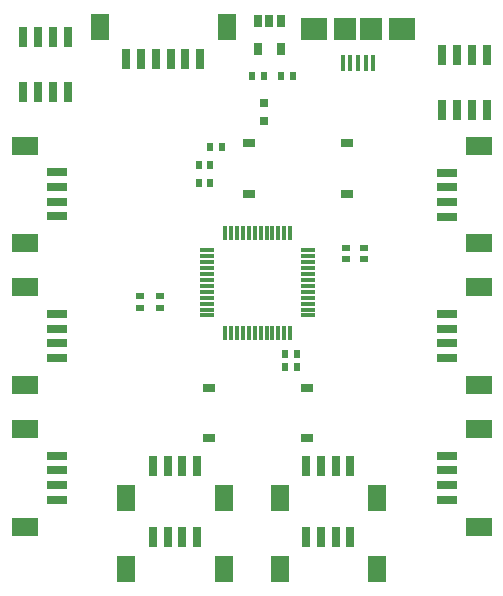
<source format=gtp>
G04 (created by PCBNEW (25-Oct-2014 BZR 4029)-stable) date Thu 30 Jul 2015 11:12:18 AM EDT*
%MOIN*%
G04 Gerber Fmt 3.4, Leading zero omitted, Abs format*
%FSLAX34Y34*%
G01*
G70*
G90*
G04 APERTURE LIST*
%ADD10C,0.00393701*%
%ADD11R,0.0472441X0.011811*%
%ADD12R,0.011811X0.0472441*%
%ADD13R,0.0413386X0.0255906*%
%ADD14R,0.0748031X0.0748031*%
%ADD15R,0.0905512X0.0748031*%
%ADD16R,0.015748X0.0551181*%
%ADD17R,0.0275591X0.0393701*%
%ADD18R,0.0283465X0.0700787*%
%ADD19R,0.0275591X0.0708661*%
%ADD20R,0.0629921X0.0866142*%
%ADD21R,0.0708661X0.0275591*%
%ADD22R,0.0866142X0.0629921*%
%ADD23R,0.0314961X0.0314961*%
%ADD24R,0.023622X0.0275591*%
%ADD25R,0.0275591X0.023622*%
G04 APERTURE END LIST*
G54D10*
G54D11*
X48326Y-39665D03*
X48326Y-39862D03*
X48326Y-40059D03*
X48326Y-40255D03*
X48326Y-40452D03*
X48326Y-40649D03*
X48326Y-40846D03*
X48326Y-41043D03*
X48326Y-41240D03*
X48326Y-41437D03*
X48326Y-41633D03*
X48326Y-41830D03*
X51673Y-41830D03*
X51673Y-41633D03*
X51673Y-41437D03*
X51673Y-41240D03*
X51673Y-41043D03*
X51673Y-40846D03*
X51673Y-40649D03*
X51673Y-40452D03*
X51673Y-40255D03*
X51673Y-40059D03*
X51673Y-39862D03*
X51673Y-39665D03*
G54D12*
X48917Y-42421D03*
X49114Y-42421D03*
X49311Y-42421D03*
X49507Y-42421D03*
X49704Y-42421D03*
X49901Y-42421D03*
X50098Y-42421D03*
X50295Y-42421D03*
X50492Y-42421D03*
X50688Y-42421D03*
X50885Y-42421D03*
X51082Y-42421D03*
X51082Y-39074D03*
X50885Y-39074D03*
X50688Y-39074D03*
X50492Y-39074D03*
X50295Y-39074D03*
X50098Y-39074D03*
X49901Y-39074D03*
X49704Y-39074D03*
X49507Y-39074D03*
X49311Y-39074D03*
X49114Y-39074D03*
X48917Y-39074D03*
G54D13*
X48366Y-45925D03*
X48366Y-44232D03*
X51633Y-45925D03*
X51633Y-44232D03*
X49704Y-37775D03*
X49704Y-36082D03*
X52972Y-37775D03*
X52972Y-36082D03*
G54D14*
X53779Y-32283D03*
X52913Y-32283D03*
G54D15*
X54822Y-32283D03*
X51870Y-32283D03*
G54D16*
X53346Y-33405D03*
X53602Y-33405D03*
X53858Y-33405D03*
X53090Y-33405D03*
X52834Y-33405D03*
G54D17*
X50393Y-32007D03*
X50767Y-32007D03*
X50019Y-32007D03*
X50767Y-32952D03*
X50019Y-32952D03*
G54D18*
X56639Y-34976D03*
X56139Y-34976D03*
X57139Y-34976D03*
X57639Y-34976D03*
X57639Y-33133D03*
X57139Y-33133D03*
X56639Y-33133D03*
X56139Y-33133D03*
X43163Y-32543D03*
X43663Y-32543D03*
X42663Y-32543D03*
X42163Y-32543D03*
X42163Y-34385D03*
X42663Y-34385D03*
X43163Y-34385D03*
X43663Y-34385D03*
G54D19*
X47096Y-33267D03*
X47588Y-33267D03*
X48080Y-33267D03*
X46604Y-33267D03*
X46112Y-33267D03*
X45620Y-33267D03*
G54D20*
X44734Y-32204D03*
X48966Y-32204D03*
G54D19*
X46998Y-46850D03*
X46505Y-46850D03*
X47490Y-46850D03*
X47972Y-46850D03*
G54D20*
X48868Y-47913D03*
X45620Y-47913D03*
G54D21*
X43307Y-37549D03*
X43307Y-37057D03*
X43307Y-38041D03*
X43307Y-38523D03*
G54D22*
X42244Y-39419D03*
X42244Y-36171D03*
G54D21*
X43307Y-42273D03*
X43307Y-41781D03*
X43307Y-42765D03*
X43307Y-43248D03*
G54D22*
X42244Y-44143D03*
X42244Y-40895D03*
G54D21*
X43307Y-46998D03*
X43307Y-46505D03*
X43307Y-47490D03*
X43307Y-47972D03*
G54D22*
X42244Y-48868D03*
X42244Y-45620D03*
G54D19*
X46998Y-49212D03*
X46505Y-49212D03*
X47490Y-49212D03*
X47972Y-49212D03*
G54D20*
X48868Y-50275D03*
X45620Y-50275D03*
G54D19*
X52116Y-49212D03*
X51624Y-49212D03*
X52608Y-49212D03*
X53090Y-49212D03*
G54D20*
X53986Y-50275D03*
X50738Y-50275D03*
G54D19*
X52116Y-46850D03*
X51624Y-46850D03*
X52608Y-46850D03*
X53090Y-46850D03*
G54D20*
X53986Y-47913D03*
X50738Y-47913D03*
G54D21*
X56299Y-47490D03*
X56299Y-47982D03*
X56299Y-46998D03*
X56299Y-46515D03*
G54D22*
X57362Y-45620D03*
X57362Y-48868D03*
G54D21*
X56299Y-42765D03*
X56299Y-43257D03*
X56299Y-42273D03*
X56299Y-41791D03*
G54D22*
X57362Y-40895D03*
X57362Y-44143D03*
G54D21*
X56299Y-38041D03*
X56299Y-38533D03*
X56299Y-37549D03*
X56299Y-37066D03*
G54D22*
X57362Y-36171D03*
X57362Y-39419D03*
G54D23*
X50196Y-35334D03*
X50196Y-34744D03*
G54D24*
X48031Y-37401D03*
X48425Y-37401D03*
G54D25*
X46732Y-41181D03*
X46732Y-41574D03*
X52952Y-39566D03*
X52952Y-39960D03*
G54D24*
X50905Y-43110D03*
X51299Y-43110D03*
X48425Y-36811D03*
X48031Y-36811D03*
G54D25*
X53543Y-39566D03*
X53543Y-39960D03*
X46062Y-41181D03*
X46062Y-41574D03*
G54D24*
X50905Y-43543D03*
X51299Y-43543D03*
X48818Y-36220D03*
X48425Y-36220D03*
X49803Y-33858D03*
X50196Y-33858D03*
X50787Y-33858D03*
X51181Y-33858D03*
M02*

</source>
